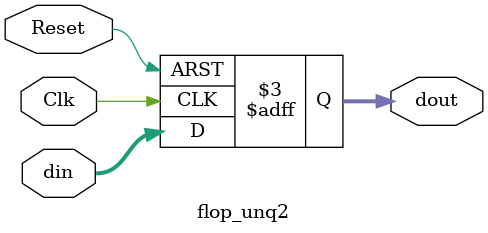
<source format=sv>

/* *****************************************************************************
 * File: flop.vp
 * 
 * Description:
 * Genesis2 flip-flop generator.
 * 
 * Required Genesis2 Controlable Parameters:
 * * Type		- Constant, Flop, RFlop, EFlop, or REFlop
 * * Width		- integer value specifying register width
 * * Default		- default value for the flop 
 *			 (only applies when flop_type=constant|rflop|reflop)
 * * SyncMode		- Sync or ASync flop * Change bar:
 * 
 * 
 * -----------
 * Date          Author   Description
 * Mar 30, 2010  shacham  init version  --  
 * May 20, 2014  jingpu   Add Async mode, change to active low reset
 * 
 * ****************************************************************************/


/*******************************************************************************
 * REQUIRED PARAMETERIZATION
 ******************************************************************************/
// Type (_GENESIS2_INHERITANCE_PRIORITY_) = RFlop
//
// Default (_GENESIS2_INHERITANCE_PRIORITY_) = 0
//
// Width (_GENESIS2_INHERITANCE_PRIORITY_) = 4
//
// SyncMode (_GENESIS2_DECLARATION_PRIORITY_) = ASync
//

module flop_unq2(
	       //inputs
	       input wire logic 		   Clk,
	       input wire logic [3:0]  din,
	       input wire logic 		   Reset,

	       //outputs
	       output logic [3:0] dout
	       );


   /* synopsys dc_tcl_script_begin
    set_dont_retime [current_design] true
    set_optimize_registers false -design [current_design]
    */
   


   always_ff @(posedge Clk or negedge Reset) begin
      if (!Reset) 
	dout <= 4'h0;
      else
	dout <= din; 
   end
   

endmodule : flop_unq2

</source>
